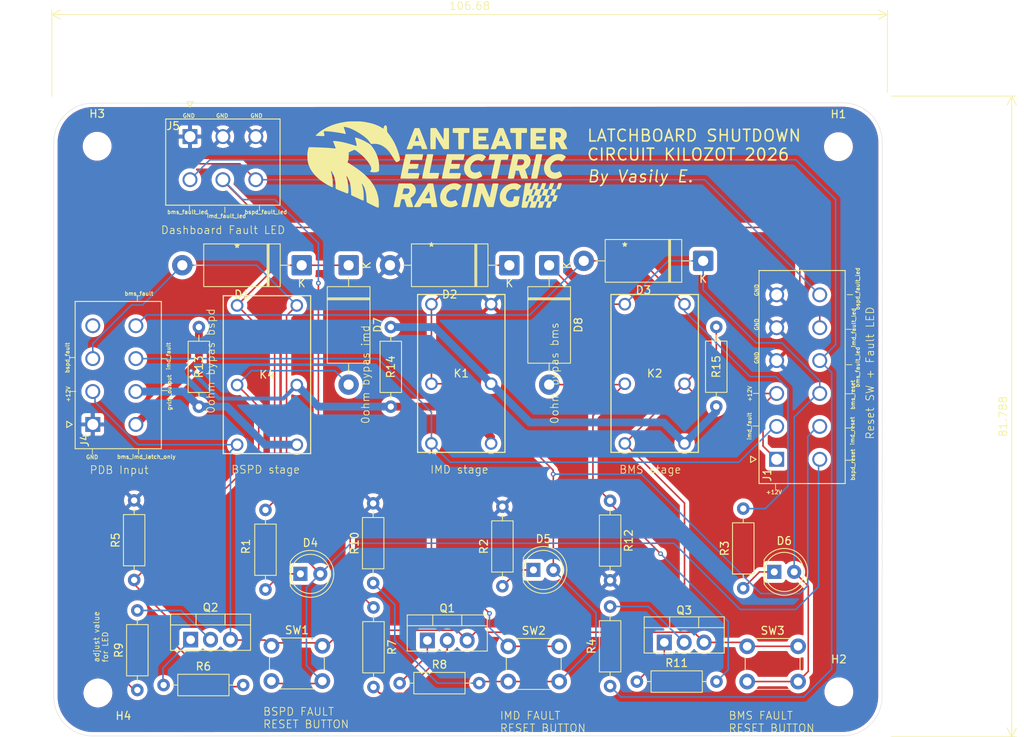
<source format=kicad_pcb>
(kicad_pcb (version 20241229) (generator "pcbnew") (generator_version "9.0")
  (layers (0 "F.Cu" signal) (2 "B.Cu" signal) (13 "F.Paste" user) (15 "B.Paste" user) (5 "F.SilkS" user "F.Silkscreen") (7 "B.SilkS" user "B.Silkscreen") (1 "F.Mask" user) (3 "B.Mask" user) (25 "Edge.Cuts" user))
  (net 0 "")
  (net 1 "BSPD_FAULT")
  (net 2 "GND")
  (net 3 "bspd_reset")
  (net 4 "imd_reset")
  (net 5 "BMS_FAULT")
  (net 6 "IMD_FAULT")
  (net 7 "IMDfault_LED")
  (net 8 "BSPDfault_LED")
  (net 9 "BMSfault_LED")
  (net 10 "Net-(D4-K)")
  (net 11 "Net-(D5-K)")
  (net 12 "Net-(D6-K)")
  (net 13 "Net-(Q3-D)")
  (net 14 "Net-(Q2-G)")
  (net 15 "Net-(Q1-D)")
  (net 16 "Net-(Q1-G)")
  (net 17 "Net-(Q2-D)")
  (net 18 "Net-(Q3-G)")
  (net 19 "Net-(K1-Pad3)")
  (net 20 "bms_reset")
  (net 21 "Net-(D7-A)")
  (net 22 "Net-(D8-A)")
  (net 23 "bms_imd_latch_only")
  (net 24 "GVLM_OUTPUT")
  (net 26 "+12V")
  (footprint "Resistor_THT:R_Axial_DIN0207_L6.3mm_D2.5mm_P10.16mm_Horizontal" (layer "F.Cu") (at 120.42 123)
    (property "Reference" "R11" (at 5.08 -2.37 0) (layer "F.SilkS"))
    (property "Value" "1k")
    (pad "1" thru_hole circle (at 0 0) (size 1.6 1.6) (drill 0.8) (layers "*.Cu" "*.Mask") (net 18 "Net-(Q3-G)"))
    (pad "2" thru_hole circle (at 10.16 0) (size 1.6 1.6) (drill 0.8) (layers "*.Cu" "*.Mask") (net 22 "Net-(D8-A)"))
  )
  (footprint "Resistor_THT:R_Axial_DIN0207_L6.3mm_D2.5mm_P10.16mm_Horizontal" (layer "F.Cu") (at 56.2356 110.0328 90)
    (property "Reference" "R5" (at 5.08 -2.37 90) (layer "F.SilkS"))
    (property "Value" "10k")
    (pad "1" thru_hole circle (at 0 0 90) (size 1.6 1.6) (drill 0.8) (layers "*.Cu" "*.Mask") (net 21 "Net-(D7-A)"))
    (pad "2" thru_hole circle (at 10.16 0 90) (size 1.6 1.6) (drill 0.8) (layers "*.Cu" "*.Mask") (net 2 "GND"))
  )
  (footprint "1MyCustomLibrary:RELAY_G6B-2114P-US_OMR" (layer "F.Cu") (at 77 92.66)
    (property "Reference" "K4" (at -3.81 -8.840001 0) (layer "F.SilkS"))
    (property "Value" "G6B-2214P-US DC12")
    (fp_text user "*" (at -7.62 -24.980002 0) (layer "F.SilkS"))
    (fp_text user "*" (at -7.62 -24.980002 0) (layer "F.SilkS"))
    (pad "1" thru_hole circle (at 0 -17.680001) (size 1.608074 1.608074) (drill 1.0922) (layers "*.Cu" "*.Mask") (net 1 "BSPD_FAULT"))
    (pad "3" thru_hole circle (at 0 -7.520001) (size 1.608074 1.608074) (drill 1.0922) (layers "*.Cu" "*.Mask") (net 23 "bms_imd_latch_only"))
    (pad "4" thru_hole circle (at 0 0.099999) (size 1.608074 1.608074) (drill 1.0922) (layers "*.Cu" "*.Mask") (net 24 "GVLM_OUTPUT"))
    (pad "5" thru_hole circle (at -7.62 0.099999) (size 1.608074 1.608074) (drill 1.0922) (layers "*.Cu" "*.Mask") (net 26 "+12V"))
    (pad "6" thru_hole circle (at -7.62 -7.520001) (size 1.608074 1.608074) (drill 1.0922) (layers "*.Cu" "*.Mask") (net 21 "Net-(D7-A)"))
    (pad "8" thru_hole circle (at -7.62 -17.680001) (size 1.608074 1.608074) (drill 1.0922) (layers "*.Cu" "*.Mask") (net 3 "bspd_reset"))
  )
  (footprint "Resistor_THT:R_Axial_DIN0207_L6.3mm_D2.5mm_P10.16mm_Horizontal" (layer "F.Cu") (at 117 123.58 90)
    (property "Reference" "R4" (at 5.08 -2.37 90) (layer "F.SilkS"))
    (property "Value" "470")
    (pad "1" thru_hole circle (at 0 0 90) (size 1.6 1.6) (drill 0.8) (layers "*.Cu" "*.Mask") (net 9 "BMSfault_LED"))
    (pad "2" thru_hole circle (at 10.16 0 90) (size 1.6 1.6) (drill 0.8) (layers "*.Cu" "*.Mask") (net 13 "Net-(Q3-D)"))
  )
  (footprint "LED_THT:LED_D5.0mm" (layer "F.Cu") (at 77.46 109.25)
    (property "Reference" "D4" (at 1.27 -3.96 0) (layer "F.SilkS"))
    (property "Value" "DEBUG LED")
    (pad "1" thru_hole rect (at 0 0) (size 1.8 1.8) (drill 0.9) (layers "*.Cu" "*.Mask") (net 10 "Net-(D4-K)"))
    (pad "2" thru_hole circle (at 2.54 0) (size 1.8 1.8) (drill 0.9) (layers "*.Cu" "*.Mask") (net 3 "bspd_reset"))
  )
  (footprint "1MyCustomLibrary:RELAY_G6B-2114P-US_OMR" (layer "F.Cu") (at 101.81 92.5)
    (property "Reference" "K1" (at -3.81 -8.840001 0) (layer "F.SilkS"))
    (property "Value" "G6B-2214P-US DC12")
    (fp_text user "*" (at -7.62 -24.980002 0) (layer "F.SilkS"))
    (fp_text user "*" (at -7.62 -24.980002 0) (layer "F.SilkS"))
    (pad "1" thru_hole circle (at 0 -17.680001) (size 1.608074 1.608074) (drill 1.0922) (layers "*.Cu" "*.Mask") (net 2 "GND"))
    (pad "3" thru_hole circle (at 0 -7.520001) (size 1.608074 1.608074) (drill 1.0922) (layers "*.Cu" "*.Mask") (net 19 "Net-(K1-Pad3)"))
    (pad "4" thru_hole circle (at 0 0.099999) (size 1.608074 1.608074) (drill 1.0922) (layers "*.Cu" "*.Mask") (net 23 "bms_imd_latch_only"))
    (pad "5" thru_hole circle (at -7.62 0.099999) (size 1.608074 1.608074) (drill 1.0922) (layers "*.Cu" "*.Mask") (net 6 "IMD_FAULT"))
    (pad "6" thru_hole circle (at -7.62 -7.520001) (size 1.608074 1.608074) (drill 1.0922) (layers "*.Cu" "*.Mask") (net 4 "imd_reset"))
    (pad "8" thru_hole circle (at -7.62 -17.680001) (size 1.608074 1.608074) (drill 1.0922) (layers "*.Cu" "*.Mask") (net 4 "imd_reset"))
  )
  (footprint "Resistor_THT:R_Axial_DIN0207_L6.3mm_D2.5mm_P10.16mm_Horizontal" (layer "F.Cu") (at 86.75 110.41 90)
    (property "Reference" "R10" (at 5.08 -2.37 90) (layer "F.SilkS"))
    (property "Value" "10k")
    (pad "1" thru_hole circle (at 0 0 90) (size 1.6 1.6) (drill 0.8) (layers "*.Cu" "*.Mask") (net 4 "imd_reset"))
    (pad "2" thru_hole circle (at 10.16 0 90) (size 1.6 1.6) (drill 0.8) (layers "*.Cu" "*.Mask") (net 2 "GND"))
  )
  (footprint "1MyCustomLibrary:RELAY_G6B-2114P-US_OMR" (layer "F.Cu") (at 126.5 92.5)
    (property "Reference" "K2" (at -3.81 -8.840001 0) (layer "F.SilkS"))
    (property "Value" "G6B-2214P-US DC12")
    (fp_text user "*" (at -7.62 -24.980002 0) (layer "F.SilkS"))
    (fp_text user "*" (at -7.62 -24.980002 0) (layer "F.SilkS"))
    (pad "1" thru_hole circle (at 0 -17.680001) (size 1.608074 1.608074) (drill 1.0922) (layers "*.Cu" "*.Mask") (net 5 "BMS_FAULT"))
    (pad "3" thru_hole circle (at 0 -7.520001) (size 1.608074 1.608074) (drill 1.0922) (layers "*.Cu" "*.Mask") (net 26 "+12V"))
    (pad "4" thru_hole circle (at 0 0.099999) (size 1.608074 1.608074) (drill 1.0922) (layers "*.Cu" "*.Mask") (net 19 "Net-(K1-Pad3)"))
    (pad "5" thru_hole circle (at -7.62 0.099999) (size 1.608074 1.608074) (drill 1.0922) (layers "*.Cu" "*.Mask") (net 26 "+12V"))
    (pad "6" thru_hole circle (at -7.62 -7.520001) (size 1.608074 1.608074) (drill 1.0922) (layers "*.Cu" "*.Mask") (net 22 "Net-(D8-A)"))
    (pad "8" thru_hole circle (at -7.62 -17.680001) (size 1.608074 1.608074) (drill 1.0922) (layers "*.Cu" "*.Mask") (net 20 "bms_reset"))
  )
  (footprint "Diode_THT:D_DO-201_P15.24mm_Horizontal" (layer "F.Cu") (at 83.6168 69.85 -90)
    (property "Reference" "D7" (at 7.62 -3.725 90) (layer "F.SilkS"))
    (property "Value" "SB560-3G")
    (fp_text user "K" (at 0 -2.3 90) (layer "F.SilkS"))
    (pad "1" thru_hole roundrect (at 0 0 270) (size 2.6 2.6) (drill 1.3) (layers "*.Cu" "*.Mask") (roundrect_rratio 0.096154) (net 3 "bspd_reset"))
    (pad "2" thru_hole circle (at 15.24 0 270) (size 2.6 2.6) (drill 1.3) (layers "*.Cu" "*.Mask") (net 21 "Net-(D7-A)"))
  )
  (footprint "Resistor_THT:R_Axial_DIN0207_L6.3mm_D2.5mm_P10.16mm_Horizontal" (layer "F.Cu") (at 117 99.92 -90)
    (property "Reference" "R12" (at 5.08 -2.37 90) (layer "F.SilkS"))
    (property "Value" "10k")
    (pad "1" thru_hole circle (at 0 0 270) (size 1.6 1.6) (drill 0.8) (layers "*.Cu" "*.Mask") (net 22 "Net-(D8-A)"))
    (pad "2" thru_hole circle (at 10.16 0 270) (size 1.6 1.6) (drill 0.8) (layers "*.Cu" "*.Mask") (net 2 "GND"))
  )
  (footprint "Diode_THT:D_DO-201_P15.24mm_Horizontal" (layer "F.Cu") (at 77.6224 69.85 180)
    (property "Reference" "D1" (at 7.62 -3.725 0) (layer "F.SilkS"))
    (property "Value" "SB560-3G")
    (fp_text user "K" (at 0 -2.3 0) (layer "F.SilkS"))
    (pad "1" thru_hole roundrect (at 0 0 180) (size 2.6 2.6) (drill 1.3) (layers "*.Cu" "*.Mask") (roundrect_rratio 0.096154) (net 3 "bspd_reset"))
    (pad "2" thru_hole circle (at 15.24 0 180) (size 2.6 2.6) (drill 1.3) (layers "*.Cu" "*.Mask") (net 1 "BSPD_FAULT"))
  )
  (footprint "Resistor_THT:R_Axial_DIN0207_L6.3mm_D2.5mm_P10.16mm_Horizontal" (layer "F.Cu") (at 90.13 123.2)
    (property "Reference" "R8" (at 5.08 -2.37 0) (layer "F.SilkS"))
    (property "Value" "1k")
    (pad "1" thru_hole circle (at 0 0) (size 1.6 1.6) (drill 0.8) (layers "*.Cu" "*.Mask") (net 16 "Net-(Q1-G)"))
    (pad "2" thru_hole circle (at 10.16 0) (size 1.6 1.6) (drill 0.8) (layers "*.Cu" "*.Mask") (net 4 "imd_reset"))
  )
  (footprint "LED_THT:LED_D5.0mm" (layer "F.Cu") (at 107.21 108.75)
    (property "Reference" "D5" (at 1.27 -3.96 0) (layer "F.SilkS"))
    (property "Value" "DEBUG LED")
    (pad "1" thru_hole rect (at 0 0) (size 1.8 1.8) (drill 0.9) (layers "*.Cu" "*.Mask") (net 11 "Net-(D5-K)"))
    (pad "2" thru_hole circle (at 2.54 0) (size 1.8 1.8) (drill 0.9) (layers "*.Cu" "*.Mask") (net 4 "imd_reset"))
  )
  (footprint "1MyCustomLibrary:MOLEX_39281123" (layer "F.Cu") (at 138.264 94.624 90)
    (property "Reference" "J1" (at -1.9976 -1.2056 90) (layer "F.SilkS"))
    (property "Value" "39281123")
    (pad "1" thru_hole rect (at 0 0 90) (size 1.9 1.9) (drill 1.4) (layers "*.Cu") (net 26 "+12V"))
    (pad "2" thru_hole circle (at 4.2 0 90) (size 1.9 1.9) (drill 1.4) (layers "*.Cu") (net 6 "IMD_FAULT"))
    (pad "3" thru_hole circle (at 8.4 0 90) (size 1.9 1.9) (drill 1.4) (layers "*.Cu") (net 26 "+12V"))
    (pad "4" thru_hole circle (at 12.6 0 90) (size 1.9 1.9) (drill 1.4) (layers "*.Cu") (net 2 "GND"))
    (pad "5" thru_hole circle (at 16.8 0 90) (size 1.9 1.9) (drill 1.4) (layers "*.Cu") (net 2 "GND"))
    (pad "6" thru_hole circle (at 21 0 90) (size 1.9 1.9) (drill 1.4) (layers "*.Cu") (net 2 "GND"))
    (pad "7" thru_hole circle (at 0 5.5 90) (size 1.9 1.9) (drill 1.4) (layers "*.Cu") (net 3 "bspd_reset"))
    (pad "8" thru_hole circle (at 4.2 5.5 90) (size 1.9 1.9) (drill 1.4) (layers "*.Cu") (net 4 "imd_reset"))
    (pad "9" thru_hole circle (at 8.4 5.5 90) (size 1.9 1.9) (drill 1.4) (layers "*.Cu") (net 20 "bms_reset"))
    (pad "10" thru_hole circle (at 12.6 5.5 90) (size 1.9 1.9) (drill 1.4) (layers "*.Cu") (net 9 "BMSfault_LED"))
    (pad "11" thru_hole circle (at 16.8 5.5 90) (size 1.9 1.9) (drill 1.4) (layers "*.Cu") (net 7 "IMDfault_LED"))
    (pad "12" thru_hole circle (at 21 5.5 90) (size 1.9 1.9) (drill 1.4) (layers "*.Cu") (net 8 "BSPDfault_LED"))
  )
  (footprint "Package_TO_SOT_THT:TO-220-3_Vertical" (layer "F.Cu") (at 93.67 117.75)
    (property "Reference" "Q1" (at 2.54 -4.1 0) (layer "F.SilkS"))
    (property "Value" "PMOS IRF9540")
    (pad "1" thru_hole rect (at 0 0) (size 1.905 2) (drill 1.1) (layers "*.Cu" "*.Mask") (net 16 "Net-(Q1-G)"))
    (pad "2" thru_hole oval (at 2.54 0) (size 1.905 2) (drill 1.1) (layers "*.Cu" "*.Mask") (net 15 "Net-(Q1-D)"))
    (pad "3" thru_hole oval (at 5.08 0) (size 1.905 2) (drill 1.1) (layers "*.Cu" "*.Mask") (net 26 "+12V"))
  )
  (footprint "Package_TO_SOT_THT:TO-220-3_Vertical" (layer "F.Cu") (at 123.92 118)
    (property "Reference" "Q3" (at 2.54 -4.1 0) (layer "F.SilkS"))
    (property "Value" "PMOS IRF9540")
    (pad "1" thru_hole rect (at 0 0) (size 1.905 2) (drill 1.1) (layers "*.Cu" "*.Mask") (net 18 "Net-(Q3-G)"))
    (pad "2" thru_hole oval (at 2.54 0) (size 1.905 2) (drill 1.1) (layers "*.Cu" "*.Mask") (net 13 "Net-(Q3-D)"))
    (pad "3" thru_hole oval (at 5.08 0) (size 1.905 2) (drill 1.1) (layers "*.Cu" "*.Mask") (net 26 "+12V"))
  )
  (footprint "Button_Switch_THT:SW_PUSH_6mm" (layer "F.Cu") (at 134.5 118.5)
    (property "Reference" "SW3" (at 3.25 -2 0) (layer "F.SilkS"))
    (property "Value" "SW_Push")
    (pad "1" thru_hole circle (at 0 0 90) (size 2 2) (drill 1.1) (layers "*.Cu" "*.Mask") (net 26 "+12V"))
    (pad "1" thru_hole circle (at 6.5 0 90) (size 2 2) (drill 1.1) (layers "*.Cu" "*.Mask") (net 26 "+12V"))
    (pad "2" thru_hole circle (at 0 4.5 90) (size 2 2) (drill 1.1) (layers "*.Cu" "*.Mask") (net 20 "bms_reset"))
    (pad "2" thru_hole circle (at 6.5 4.5 90) (size 2 2) (drill 1.1) (layers "*.Cu" "*.Mask") (net 20 "bms_reset"))
  )
  (footprint "Resistor_THT:R_Axial_DIN0207_L6.3mm_D2.5mm_P10.16mm_Horizontal" (layer "F.Cu") (at 86.79 113.54 -90)
    (property "Reference" "R7" (at 5.08 -2.37 90) (layer "F.SilkS"))
    (property "Value" "470")
    (pad "1" thru_hole circle (at 0 0 270) (size 1.6 1.6) (drill 0.8) (layers "*.Cu" "*.Mask") (net 7 "IMDfault_LED"))
    (pad "2" thru_hole circle (at 10.16 0 270) (size 1.6 1.6) (drill 0.8) (layers "*.Cu" "*.Mask") (net 15 "Net-(Q1-D)"))
  )
  (footprint "Resistor_THT:R_Axial_DIN0207_L6.3mm_D2.5mm_P10.16mm_Horizontal" (layer "F.Cu") (at 73 111.25 90)
    (property "Reference" "R1" (at 5.5 -2.5 90) (layer "F.SilkS"))
    (property "Value" "1k")
    (pad "1" thru_hole circle (at 0 0 90) (size 1.6 1.6) (drill 0.8) (layers "*.Cu" "*.Mask") (net 10 "Net-(D4-K)"))
    (pad "2" thru_hole circle (at 10.16 0 90) (size 1.6 1.6) (drill 0.8) (layers "*.Cu" "*.Mask") (net 1 "BSPD_FAULT"))
  )
  (footprint "Resistor_THT:R_Axial_DIN0207_L6.3mm_D2.5mm_P10.16mm_Horizontal" (layer "F.Cu") (at 130.556 87.884 90)
    (property "Reference" "R15" (at 5.08 0 90) (layer "F.SilkS"))
    (property "Value" "0")
    (pad "1" thru_hole circle (at 0 0 90) (size 1.6 1.6) (drill 0.8) (layers "*.Cu" "*.Mask") (net 19 "Net-(K1-Pad3)"))
    (pad "2" thru_hole circle (at 10.16 0 90) (size 1.6 1.6) (drill 0.8) (layers "*.Cu" "*.Mask") (net 26 "+12V"))
  )
  (footprint "LED_THT:LED_D5.0mm" (layer "F.Cu") (at 137.96 109)
    (property "Reference" "D6" (at 1.27 -3.96 0) (layer "F.SilkS"))
    (property "Value" "DEBUG LED")
    (pad "1" thru_hole rect (at 0 0) (size 1.8 1.8) (drill 0.9) (layers "*.Cu" "*.Mask") (net 12 "Net-(D6-K)"))
    (pad "2" thru_hole circle (at 2.54 0) (size 1.8 1.8) (drill 0.9) (layers "*.Cu" "*.Mask") (net 20 "bms_reset"))
  )
  (footprint "Button_Switch_THT:SW_PUSH_6mm" (layer "F.Cu") (at 73.7628 118.436)
    (property "Reference" "SW1" (at 3.25 -2 0) (layer "F.SilkS"))
    (property "Value" "SW_Push")
    (pad "1" thru_hole circle (at 0 0 90) (size 2 2) (drill 1.1) (layers "*.Cu" "*.Mask") (net 26 "+12V"))
    (pad "1" thru_hole circle (at 6.5 0 90) (size 2 2) (drill 1.1) (layers "*.Cu" "*.Mask") (net 26 "+12V"))
    (pad "2" thru_hole circle (at 0 4.5 90) (size 2 2) (drill 1.1) (layers "*.Cu" "*.Mask") (net 3 "bspd_reset"))
    (pad "2" thru_hole circle (at 6.5 4.5 90) (size 2 2) (drill 1.1) (layers "*.Cu" "*.Mask") (net 3 "bspd_reset"))
  )
  (footprint "Resistor_THT:R_Axial_DIN0207_L6.3mm_D2.5mm_P10.16mm_Horizontal" (layer "F.Cu") (at 59.9948 123.444)
    (property "Reference" "R6" (at 5.08 -2.37 0) (layer "F.SilkS"))
    (property "Value" "1k")
    (pad "1" thru_hole circle (at 0 0) (size 1.6 1.6) (drill 0.8) (layers "*.Cu" "*.Mask") (net 14 "Net-(Q2-G)"))
    (pad "2" thru_hole circle (at 10.16 0) (size 1.6 1.6) (drill 0.8) (layers "*.Cu" "*.Mask") (net 21 "Net-(D7-A)"))
  )
  (footprint "Resistor_THT:R_Axial_DIN0207_L6.3mm_D2.5mm_P10.16mm_Horizontal" (layer "F.Cu") (at 103.25 110.83 90)
    (property "Reference" "R2" (at 5.08 -2.37 90) (layer "F.SilkS"))
    (property "Value" "1k")
    (pad "1" thru_hole circle (at 0 0 90) (size 1.6 1.6) (drill 0.8) (layers "*.Cu" "*.Mask") (net 11 "Net-(D5-K)"))
    (pad "2" thru_hole circle (at 10.16 0 90) (size 1.6 1.6) (drill 0.8) (layers "*.Cu" "*.Mask") (net 2 "GND"))
  )
  (footprint "MountingHole:MountingHole_3.2mm_M3" (layer "F.Cu") (at 51.5112 54.6608)
    (property "Reference" "H3" (at 0 -4.15 0) (layer "F.SilkS"))
    (property "Value" "MountingHole")
    (pad "" np_thru_hole circle (at 0 0) (size 3.2 3.2) (drill 3.2) (layers "*.Cu" "*.Mask"))
  )
  (footprint "LOGO" (layer "F.Cu") (at 95.226433 57.231082)
    (property "Reference" "G***" (hide yes))
    (property "Value" "LOGO" (hide yes))
  )
  (footprint "MountingHole:MountingHole_3.2mm_M3" (layer "F.Cu") (at 146.2024 124.3076)
    (property "Reference" "H2" (at 0 -4.15 0) (layer "F.SilkS"))
    (property "Value" "MountingHole")
    (pad "" np_thru_hole circle (at 0 0) (size 3.2 3.2) (drill 3.2) (layers "*.Cu" "*.Mask"))
  )
  (footprint "Resistor_THT:R_Axial_DIN0207_L6.3mm_D2.5mm_P10.16mm_Horizontal" (layer "F.Cu") (at 64.5 87.899999 90)
    (property "Reference" "R13" (at 5.08 0 90) (layer "F.SilkS"))
    (property "Value" "0")
    (pad "1" thru_hole circle (at 0 0 90) (size 1.6 1.6) (drill 0.8) (layers "*.Cu" "*.Mask") (net 24 "GVLM_OUTPUT"))
    (pad "2" thru_hole circle (at 10.16 0 90) (size 1.6 1.6) (drill 0.8) (layers "*.Cu" "*.Mask") (net 23 "bms_imd_latch_only"))
  )
  (footprint "Resistor_THT:R_Axial_DIN0207_L6.3mm_D2.5mm_P10.16mm_Horizontal" (layer "F.Cu") (at 56.642 124.079 90)
    (property "Reference" "R9" (at 5.08 -2.37 90) (layer "F.SilkS"))
    (property "Value" "470")
    (pad "1" thru_hole circle (at 0 0 90) (size 1.6 1.6) (drill 0.8) (layers "*.Cu" "*.Mask") (net 8 "BSPDfault_LED"))
    (pad "2" thru_hole circle (at 10.16 0 90) (size 1.6 1.6) (drill 0.8) (layers "*.Cu" "*.Mask") (net 17 "Net-(Q2-D)"))
  )
  (footprint "Package_TO_SOT_THT:TO-220-3_Vertical" (layer "F.Cu") (at 63.4492 117.6528)
    (property "Reference" "Q2" (at 2.54 -4.1 0) (layer "F.SilkS"))
    (property "Value" "PMOS IRF9540")
    (pad "1" thru_hole rect (at 0 0) (size 1.905 2) (drill 1.1) (layers "*.Cu" "*.Mask") (net 14 "Net-(Q2-G)"))
    (pad "2" thru_hole oval (at 2.54 0) (size 1.905 2) (drill 1.1) (layers "*.Cu" "*.Mask") (net 17 "Net-(Q2-D)"))
    (pad "3" thru_hole oval (at 5.08 0) (size 1.905 2) (drill 1.1) (layers "*.Cu" "*.Mask") (net 26 "+12V"))
  )
  (footprint "Resistor_THT:R_Axial_DIN0207_L6.3mm_D2.5mm_P10.16mm_Horizontal" (layer "F.Cu") (at 89 87.899999 90)
    (property "Reference" "R14" (at 5.08 0 90) (layer "F.SilkS"))
    (property "Value" "0")
    (pad "1" thru_hole circle (at 0 0 90) (size 1.6 1.6) (drill 0.8) (layers "*.Cu" "*.Mask") (net 23 "bms_imd_latch_only"))
    (pad "2" thru_hole circle (at 10.16 0 90) (size 1.6 1.6) (drill 0.8) (layers "*.Cu" "*.Mask") (net 19 "Net-(K1-Pad3)"))
  )
  (footprint "Button_Switch_THT:SW_PUSH_6mm" (layer "F.Cu") (at 104 118.5)
    (property "Reference" "SW2" (at 3.25 -2 0) (layer "F.SilkS"))
    (property "Value" "SW_Push")
    (pad "1" thru_hole circle (at 0 0 90) (size 2 2) (drill 1.1) (layers "*.Cu" "*.Mask") (net 6 "IMD_FAULT"))
    (pad "1" thru_hole circle (at 6.5 0 90) (size 2 2) (drill 1.1) (layers "*.Cu" "*.Mask") (net 6 "IMD_FAULT"))
    (pad "2" thru_hole circle (at 0 4.5 90) (size 2 2) (drill 1.1) (layers "*.Cu" "*.Mask") (net 4 "imd_reset"))
    (pad "2" thru_hole circle (at 6.5 4.5 90) (size 2 2) (drill 1.1) (layers "*.Cu" "*.Mask") (net 4 "imd_reset"))
  )
  (footprint "Resistor_THT:R_Axial_DIN0207_L6.3mm_D2.5mm_P10.16mm_Horizontal" (layer "F.Cu") (at 134 111.08 90)
    (property "Reference" "R3" (at 5.08 -2.37 90) (layer "F.SilkS"))
    (property "Value" "1k")
    (pad "1" thru_hole circle (at 0 0 90) (size 1.6 1.6) (drill 0.8) (layers "*.Cu" "*.Mask") (net 12 "Net-(D6-K)"))
    (pad "2" thru_hole circle (at 10.16 0 90) (size 1.6 1.6) (drill 0.8) (layers "*.Cu" "*.Mask") (net 5 "BMS_FAULT"))
  )
  (footprint "Diode_THT:D_DO-201_P15.24mm_Horizontal" (layer "F.Cu") (at 109.22 69.85 -90)
    (property "Reference" "D8" (at 7.62 -3.725 90) (layer "F.SilkS"))
    (property "Value" "SB560-3G")
    (fp_text user "K" (at 0 -2.3 90) (layer "F.SilkS"))
    (pad "1" thru_hole roundrect (at 0 0 270) (size 2.6 2.6) (drill 1.3) (layers "*.Cu" "*.Mask") (roundrect_rratio 0.096154) (net 20 "bms_reset"))
    (pad "2" thru_hole circle (at 15.24 0 270) (size 2.6 2.6) (drill 1.3) (layers "*.Cu" "*.Mask") (net 22 "Net-(D8-A)"))
  )
  (footprint "Diode_THT:D_DO-201_P15.24mm_Horizontal" (layer "F.Cu") (at 128.8796 69.2912 180)
    (property "Reference" "D3" (at 7.62 -3.725 0) (layer "F.SilkS"))
    (property "Value" "SB560-3G")
    (fp_text user "K" (at 0 -2.3 0) (layer "F.SilkS"))
    (pad "1" thru_hole roundrect (at 0 0 180) (size 2.6 2.6) (drill 1.3) (layers "*.Cu" "*.Mask") (roundrect_rratio 0.096154) (net 20 "bms_reset"))
    (pad "2" thru_hole circle (at 15.24 0 180) (size 2.6 2.6) (drill 1.3) (layers "*.Cu" "*.Mask") (net 5 "BMS_FAULT"))
  )
  (footprint "MountingHole:MountingHole_3.2mm_M3" (layer "F.Cu") (at 51.6128 124.46)
    (property "Reference" "H4" (at 3.2512 2.921 0) (layer "F.SilkS"))
    (property "Value" "MountingHole")
    (pad "" np_thru_hole circle (at 0 0) (size 3.2 3.2) (drill 3.2) (layers "*.Cu" "*.Mask"))
  )
  (footprint "1MyCustomLibrary:MOLEX_39281083" (layer "F.Cu") (at 50.9536 90.1708 90)
    (property "Reference" "J4" (at -2.0312 -1.0172 90) (layer "F.SilkS"))
    (property "Value" "39281083")
    (pad "1" thru_hole rect (at 0 0 90) (size 1.9 1.9) (drill 1.4) (layers "*.Cu") (net 2 "GND"))
    (pad "2" thru_hole circle (at 4.2 0 90) (size 1.9 1.9) (drill 1.4) (layers "*.Cu") (net 26 "+12V"))
    (pad "3" thru_hole circle (at 8.4 0 90) (size 1.9 1.9) (drill 1.4) (layers "*.Cu") (net 1 "BSPD_FAULT"))
    (pad "4" thru_hole circle (at 12.6 0 90) (size 1.9 1.9) (drill 1.4) (layers "*.Cu"))
    (pad "5" thru_hole circle (at 0 5.5 90) (size 1.9 1.9) (drill 1.4) (layers "*.Cu") (net 23 "bms_imd_latch_only"))
    (pad "6" thru_hole circle (at 4.2 5.5 90) (size 1.9 1.9) (drill 1.4) (layers "*.Cu") (net 24 "GVLM_OUTPUT"))
    (pad "7" thru_hole circle (at 8.4 5.5 90) (size 1.9 1.9) (drill 1.4) (layers "*.Cu") (net 6 "IMD_FAULT"))
    (pad "8" thru_hole circle (at 12.6 5.5 90) (size 1.9 1.9) (drill 1.4) (layers "*.Cu") (net 5 "BMS_FAULT"))
  )
  (footprint "1MyCustomLibrary:MOLEX_39281063" (layer "F.Cu") (at 63.364 53.428)
    (property "Reference" "J5" (at -2.15 -1.358 0) (layer "F.SilkS"))
    (property "Value" "39281063")
    (pad "1" thru_hole rect (at 0 0) (size 1.9 1.9) (drill 1.4) (layers "*.Cu") (net 2 "GND"))
    (pad "2" thru_hole circle (at 4.2 0) (size 1.9 1.9) (drill 1.4) (layers "*.Cu") (net 2 "GND"))
    (pad "3" thru_hole circle (at 8.4 0) (size 1.9 1.9) (drill 1.4) (layers "*.Cu") (net 2 "GND"))
    (pad "4" thru_hole circle (at 0 5.5) (size 1.9 1.9) (drill 1.4) (layers "*.Cu") (net 9 "BMSfault_LED"))
    (pad "5" thru_hole circle (at 4.2 5.5) (size 1.9 1.9) (drill 1.4) (layers "*.Cu") (net 7 "IMDfault_LED"))
    (pad "6" thru_hole circle (at 8.4 5.5) (size 1.9 1.9) (drill 1.4) (layers "*.Cu") (net 8 "BSPDfault_LED"))
  )
  (footprint "Diode_THT:D_DO-201_P15.24mm_Horizontal" (layer "F.Cu") (at 104.14 69.85 180)
    (property "Reference" "D2" (at 7.62 -3.725 0) (layer "F.SilkS"))
    (property "Value" "SB560-3G")
    (fp_text user "K" (at 0 -2.3 0) (layer "F.SilkS"))
    (pad "1" thru_hole roundrect (at 0 0 180) (size 2.6 2.6) (drill 1.3) (layers "*.Cu" "*.Mask") (roundrect_rratio 0.096154) (net 4 "imd_reset"))
    (pad "2" thru_hole circle (at 15.24 0 180) (size 2.6 2.6) (drill 1.3) (layers "*.Cu" "*.Mask") (net 2 "GND"))
  )
  (footprint "MountingHole:MountingHole_3.2mm_M3" (layer "F.Cu") (at 146.1516 54.7116)
    (property "Reference" "H1" (at 0 -4.15 0) (layer "F.SilkS"))
    (property "Value" "MountingHole")
    (pad "" np_thru_hole circle (at 0 0) (size 3.2 3.2) (drill 3.2) (layers "*.Cu" "*.Mask"))
  )
  (gr_line (start 45.974 54.1782) (end 45.974 124.986401) (stroke (width 0.05)) (layer "Edge.Cuts"))
  (gr_arc (start 45.97 54.178267) (mid 47.413705 50.6438) (end 50.929299 49.154725) (stroke (width 0.05)) (layer "Edge.Cuts"))
  (gr_arc (start 50.997542 129.9464) (mid 47.463075 128.502695) (end 45.974 124.987101) (stroke (width 0.05)) (layer "Edge.Cuts"))
  (gr_line (start 151.720499 124.89746) (end 151.7396 54.07622) (stroke (width 0.05)) (layer "Edge.Cuts"))
  (gr_line (start 146.71606 49.117301) (end 50.929466 49.154725) (stroke (width 0.05)) (layer "Edge.Cuts"))
  (gr_arc (start 151.720499 124.897458) (mid 150.276794 128.431925) (end 146.7612 129.921) (stroke (width 0.05)) (layer "Edge.Cuts"))
  (gr_arc (start 146.716058 49.117301) (mid 150.250525 50.561006) (end 151.7396 54.0766) (stroke (width 0.05)) (layer "Edge.Cuts"))
  (gr_line (start 146.76158 129.921) (end 51.0032 129.9464) (stroke (width 0.05)) (layer "Edge.Cuts"))
  (gr_text "\n|" (at 135.8392 90.678 90) (layer "F.SilkS") (effects (font (size 0.5 0.5) (thickness 0.1)) (justify left bottom)))
  (gr_text "+12V" (at 48.1076 87.376 90) (layer "F.SilkS") (effects (font (size 0.5 0.5) (thickness 0.1)) (justify left bottom)))
  (gr_text "\n|" (at 147.6248 90.932 90) (layer "F.SilkS") (effects (font (size 0.5 0.5) (thickness 0.1)) (justify left bottom)))
  (gr_text "imd_fault" (at 60.9092 83.2612 90) (layer "F.SilkS") (effects (font (size 0.5 0.5) (thickness 0.1)) (justify left bottom)))
  (gr_text "BSPD stage" (at 68.58 96.52 0) (layer "F.SilkS") (effects (font (size 1 1) (thickness 0.1)) (justify left bottom)))
  (gr_text "\n|" (at 147.6756 86.5632 90) (layer "F.SilkS") (effects (font (size 0.5 0.5) (thickness 0.1)) (justify left bottom)))
  (gr_text "\n|" (at 48.6156 81.9404 90) (layer "F.SilkS") (effects (font (size 0.5 0.5) (thickness 0.1)) (justify left bottom)))
  (gr_text "bms_fault_led		bspd_fault_led" (at 60.4012 63.3476 0) (layer "F.SilkS") (effects (font (size 0.5 0.5) (thickness 0.1)) (justify left bottom)))
  (gr_text "PDB Input" (at 50.4952 96.5708 0) (layer "F.SilkS") (effects (font (size 1 1) (thickness 0.1)) (justify left bottom)))
  (gr_text "+12V" (at 136.8552 99.1108 0) (layer "F.SilkS") (effects (font (size 0.5 0.5) (thickness 0.1)) (justify left bottom)))
  (gr_text "bms_fault_led		bspd_fault_led" (at 148.8948 85.4964 90) (layer "F.SilkS") (effects (font (size 0.5 0.5) (thickness 0.1)) (justify left bottom)))
  (gr_text "GND		 GND	  GND" (at 136.014 82.4992 90) (layer "F.SilkS") (effects (font (size 0.5 0.5) (thickness 0.1)) (justify left bottom)))
  (gr_text "bspd_fault" (at 48.006 83.6676 90) (layer "F.SilkS") (effects (font (size 0.5 0.5) (thickness 0.1)) (justify left bottom)))
  (gr_text "gvlm_output" (at 61.0108 88.4428 90) (layer "F.SilkS") (effects (font (size 0.5 0.5) (thickness 0.1)) (justify left bottom)))
  (gr_text "adjust value\nfor LED" (at 52.959 120.5992 90) (layer "F.SilkS") (effects (font (size 0.7 0.7) (thickness 0.1)) (justify left bottom)))
  (gr_text "\n|" (at 137.8204 98.3488 0) (layer "F.SilkS") (effects (font (size 0.5 0.5) (thickness 0.1)) (justify left bottom)))
  (gr_text "\n|" (at 48.7036 86.2584 90) (layer "F.SilkS") (effects (font (size 0.5 0.5) (thickness 0.1)) (justify left bottom)))
  (gr_text " imd_fault_led" (at 148.3868 80.772 90) (layer "F.SilkS") (effects (font (size 0.5 0.5) (thickness 0.1)) (justify left bottom)))
  (gr_text "\n|" (at 147.8788 73.914 90) (layer "F.SilkS") (effects (font (size 0.5 0.5) (thickness 0.1)) (justify left bottom)))
  (gr_text "Dashboard Fault LED" (at 59.5884 65.9384 0) (layer "F.SilkS") (effects (font (size 1 1) (thickness 0.1)) (justify left bottom)))
  (gr_text "bms_fault" (at 54.9656 73.7616 0) (layer "F.SilkS") (effects (font (size 0.5 0.5) (thickness 0.1)) (justify left bottom)))
  (gr_text "\n|" (at 60.4012 86.1568 90) (layer "F.SilkS") (effects (font (size 0.5 0.5) (thickness 0.1)) (justify left bottom)))
  (gr_text "\n|" (at 135.89 86.5124 90) (layer "F.SilkS") (effects (font (size 0.5 0.5) (thickness 0.1)) (justify left bottom)))
  (gr_text "By Vasily E." (at 113.9952 59.3852 0) (layer "F.SilkS") (effects (font (size 1.5 1.5) (thickness 0.1875) (italic yes)) (justify left bottom)))
  (gr_text "BMS FAULT \nRESET BUTTON" (at 132.08 129.54 0) (layer "F.SilkS") (effects (font (size 1 1) (thickness 0.1)) (justify left bottom)))
  (gr_text "IMD FAULT \nRESET BUTTON" (at 102.87 129.54 0) (layer "F.SilkS") (effects (font (size 1 1) (thickness 0.1)) (justify left bottom)))
  (gr_text "\n|" (at 56.9468 73.8632 180) (layer "F.SilkS") (effects (font (size 0.5 0.5) (thickness 0.1)) (justify left bottom)))
  (gr_text "\n|" (at 50.5968 93.8784 0) (layer "F.SilkS") (effects (font (size 0.5 0.5) (thickness 0.1)) (justify left bottom)))
  (gr_text "\n|" (at 67.5132 63.0428 0) (layer "F.SilkS") (effects (font (size 0.5 0.5) (thickness 0.1)) (justify left bottom)))
  (gr_text "0ohm bypas bms" (at 110.49 90.17 90) (layer "F.SilkS") (effects (font (size 1 1) (thickness 0.1)) (justify left bottom)))
  (gr_text "LATCHBOARD SHUTDOWN \nCIRCUIT KILOZOT 2026" (at 113.9444 56.5912 0) (layer "F.SilkS") (effects (font (size 1.5 1.5) (thickness 0.2) (bold yes)) (justify left bottom)))
  (gr_text "bms_reset" (at 148.2852 88.3412 90) (layer "F.SilkS") (effects (font (size 0.5 0.5) (thickness 0.1)) (justify left bottom)))
  (gr_text "+12V" (at 135.128 87.3252 90) (layer "F.SilkS") (effects (font (size 0.5 0.5) (thickness 0.1)) (justify left bottom)))
  (gr_text "\n|" (at 60.3504 82.0928 90) (layer "F.SilkS") (effects (font (size 0.5 0.5) (thickness 0.1)) (justify left bottom)))
  (gr_text "Reset SW + Fault LED" (at 150.7744 92.1512 90) (layer "F.SilkS") (effects (font (size 1 1) (thickness 0.1)) (justify left bottom)))
  (gr_text "imd_reset" (at 148.2344 92.8624 90) (layer "F.SilkS") (effects (font (size 0.5 0.5) (thickness 0.1)) (justify left bottom)))
  (gr_text "GND" (at 50.038 94.6404 0) (layer "F.SilkS") (effects (font (size 0.5 0.5) (thickness 0.1)) (justify left bottom)))
  (gr_text "0ohm bypas bspd" (at 66.5988 88.8492 90) (layer "F.SilkS") (effects (font (size 1 1) (thickness 0.1)) (justify left bottom)))
  (gr_text "\n|" (at 71.9328 62.7888 0) (layer "F.SilkS") (effects (font (size 0.5 0.5) (thickness 0.1)) (justify left bottom)))
  (gr_text "\n|" (at 147.7264 78.3336 90) (layer "F.SilkS") (effects (font (size 0.5 0.5) (thickness 0.1)) (justify left bottom)))
  (gr_text "\n|" (at 147.7772 82.8548 90) (layer "F.SilkS") (effects (font (size 0.5 0.5) (thickness 0.1)) (justify left bottom)))
  (gr_text "GND		 GND	  GND" (at 62.3824 51.054 0) (layer "F.SilkS") (effects (font (size 0.5 0.5) (thickness 0.1)) (justify left bottom)))
  (gr_text "BMS stage" (at 118.11 96.52 0) (layer "F.SilkS") (effects (font (size 1 1) (thickness 0.1)) (justify left bottom)))
  (gr_text "IMD stage" (at 93.98 96.52 0) (layer "F.SilkS") (effects (font (size 1 1) (thickness 0.1)) (justify left bottom)))
  (gr_text "bms_imd_latch_only" (at 54.0004 94.5896 0) (layer "F.SilkS") (effects (font (size 0.5 0.5) (thickness 0.1)) (justify left bottom)))
  (gr_text " imd_fault_led" (at 65.0748 63.8556 0) (layer "F.SilkS") (effects (font (size 0.5 0.5) (thickness 0.1)) (justify left bottom)))
  (gr_text "\n|" (at 147.6756 95.0468 90) (layer "F.SilkS") (effects (font (size 0.5 0.5) (thickness 0.1)) (justify left bottom)))
  (gr_text "BSPD FAULT \nRESET BUTTON" (at 72.644 129.032 0) (layer "F.SilkS") (effects (font (size 1 1) (thickness 0.1)) (justify left bottom)))
  (gr_text "imd_fault" (at 135.0772 92.202 90) (layer "F.SilkS") (effects (font (size 0.5 0.5) (thickness 0.1)) (justify left bottom)))
  (gr_text "\n|" (at 56.4896 93.8784 0) (layer "F.SilkS") (effects (font (size 0.5 0.5) (thickness 0.1)) (justify left bottom)))
  (gr_text "\n|" (at 62.992 62.8396 0) (layer "F.SilkS") (effects (font (size 0.5 0.5) (thickness 0.1)) (justify left bottom)))
  (gr_text "bspd_reset" (at 148.2852 97.3836 90) (layer "F.SilkS") (effects (font (size 0.5 0.5) (thickness 0.1)) (justify left bottom)))
  (gr_text "0ohm bypas imd" (at 86.36 90.17 90) (layer "F.SilkS") (effects (font (size 1 1) (thickness 0.1)) (justify left bottom)))
  (dimension (type orthogonal) (layer "F.SilkS") (pts (xy 45.72 48.768) (xy 152.4 48.26)) (height -10.922) (orientation 0) (format (prefix "") (suffix "") (units 3) (units_format 0) (precision 4) (suppress_zeroes yes)) (style (thickness 0.1) (arrow_length 1.27) (text_position_mode 0) (arrow_direction outward) (extension_height 0.58642) (extension_offset 0.5) (keep_text_aligned yes)) (gr_text "106.68" (at 99.06 36.746 0) (layer "F.SilkS") (effects (font (size 1 1) (thickness 0.1)))))
  (dimension (type orthogonal) (layer "F.SilkS") (pts (xy 152.4 48.26) (xy 152.4 130.048)) (height 15.875) (orientation 1) (format (prefix "") (suffix "") (units 3) (units_format 0) (precision 4) (suppress_zeroes yes)) (style (thickness 0.1) (arrow_length 1.27) (text_position_mode 0) (arrow_direction outward) (extension_height 0.58642) (extension_offset 0.5) (keep_text_aligned yes)) (gr_text "81.788" (at 167.175 89.154 90) (layer "F.SilkS") (effects (font (size 1 1) (thickness 0.1)))))
  (segment (start 73 101.09) (end 75.692 98.398) (width 0.2) (layer "F.Cu") (net 1))
  (segment (start 75.692 98.398) (end 75.692 76.287999) (width 0.2) (layer "F.Cu") (net 1))
  (segment (start 75.692 76.287999) (end 77 74.979999) (width 0.2) (layer "F.Cu") (net 1))
  (segment (start 77 74.979999) (end 71.870001 69.85) (width 0.2) (layer "B.Cu") (net 1))
  (segment (start 71.870001 69.85) (end 62.3824 69.85) (width 0.2) (layer "B.Cu") (net 1))
  (segment (start 62.3824 69.85) (end 57.3024 74.93) (width 0.2) (layer "B.Cu") (net 1))
  (segment (start 55.88 74.93) (end 50.9536 79.8564) (width 0.2) (layer "B.Cu") (net 1))
  (segment (start 50.9536 79.8564) (end 50.9536 81.7708) (width 0.2) (layer "B.Cu") (net 1))
  (segment (start 57.3024 74.93) (end 55.88 74.93) (width 0.2) (layer "B.Cu") (net 1))
  (segment (start 101.409 74.5539) (end 101.409 74.819999) (width 0.2) (layer "F.Cu") (net 2))
  (segment (start 101.81 74.819999) (end 101.81 74.72) (width 0.2) (layer "F.Cu") (net 2))
  (segment (start 103.25 100.25) (end 103.25 100.67) (width 0.2) (layer "B.Cu") (net 2))
  (segment (start 74.509999 69.85) (end 77.6224 69.85) (width 0.2) (layer "F.Cu") (net 3))
  (segment (start 71.628 103.124) (end 70.104 101.6) (width 0.2) (layer "F.Cu") (net 3))
  (segment (start 69.38 74.979999) (end 74.509999 69.85) (width 0.2) (layer "F.Cu") (net 3))
  (segment (start 77.6224 69.85) (end 83.6168 69.85) (width 0.2) (layer "F.Cu") (net 3))
  (segment (start 74.168 79.767999) (end 69.38 74.979999) (width 0.2) (layer "F.Cu") (net 3))
  (segment (start 80.5 123.25) (end 74 123.25) (width 0.2) (layer "F.Cu") (net 3))
  (segment (start 73.874 103.124) (end 71.628 103.124) (width 0.2) (layer "F.Cu") (net 3))
  (segment (start 70.104 100.584) (end 74.168 96.52) (width 0.2) (layer "F.Cu") (net 3))
  (segment (start 74.168 96.52) (end 74.168 79.767999) (width 0.2) (layer "F.Cu") (net 3))
  (segment (start 80 109.25) (end 73.874 103.124) (width 0.2) (layer "F.Cu") (net 3))
  (segment (start 70.104 101.6) (end 70.104 100.584) (width 0.2) (layer "F.Cu") (net 3))
  (segment (start 80 109.25) (end 83.909 105.341) (width 0.2) (layer "B.Cu") (net 3))
  (segment (start 140.716 113.792) (end 143.61265 110.89535) (width 0.2) (layer "B.Cu") (net 3))
  (segment (start 78.232 120.982) (end 78.232 111.018) (width 0.2) (layer "B.Cu") (net 3))
  (segment (start 133.604 113.792) (end 140.716 113.792) (width 0.2) (layer "B.Cu") (net 3))
  (segment (start 83.909 105.341) (end 125.153 105.341) (width 0.2) (layer "B.Cu") (net 3))
  (segment (start 143.61265 110.89535) (end 143.61265 94.5224) (width 0.2) (layer "B.Cu") (net 3))
  (segment (start 80.5 123.25) (end 78.232 120.982) (width 0.2) (layer "B.Cu") (net 3))
  (segment (start 78.232 111.018) (end 80 109.25) (width 0.2) (layer "B.Cu") (net 3))
  (segment (start 125.153 105.341) (end 133.604 113.792) (width 0.2) (layer "B.Cu") (net 3))
  (segment (start 104 123) (end 100.49 123) (width 0.2) (layer "F.Cu") (net 4))
  (segment (start 109.728 96.012) (end 98.695999 84.979999) (width 0.2) (layer "F.Cu") (net 4))
  (segment (start 98.695999 84.979999) (end 94.991 84.979999) (width 0.2) (layer "F.Cu") (net 4))
  (segment (start 109.728 96.52) (end 109.728 96.012) (width 0.2) (layer "F.Cu") (net 4))
  (segment (start 104 123) (end 110.5 123) (width 0.2) (layer "F.Cu") (net 4))
  (segment (start 109.75 96.542) (end 109.728 96.52) (width 0.2) (layer "F.Cu") (net 4))
  (segment (start 94.19 74.819999) (end 99.159999 69.85) (width 0.2) (layer "F.Cu") (net 4))
  (segment (start 99.159999 69.85) (end 104.14 69.85) (width 0.2) (layer "F.Cu") (net 4))
  (segment (start 109.75 108.75) (end 109.75 96.542) (width 0.2) (layer "F.Cu") (net 4))
  (segment (start 109.728 96.52) (end 109.75 96.498) (width 0.2) (layer "F.Cu") (net 4))
  (segment (start 94.19 84.979999) (end 94.19 75.220999) (width 0.2) (layer "F.Cu") (net 4))
  (segment (start 100.49 123) (end 100.29 123.2) (width 0.2) (layer "F.Cu") (net 4))
  (via (at 109.728 96.52) (size 0.6) (drill 0.3) (layers "F.Cu" "B.Cu") (net 4))
  (segment (start 109.728 96.52) (end 120.99705 96.52) (width 0.2) (layer "B.Cu") (net 4))
  (segment (start 89.5096 117.729) (end 89.5096 113.1696) (width 0.2) (layer "B.Cu") (net 4))
  (segment (start 120.99705 96.52) (end 136.23705 111.76) (width 0.2) (layer "B.Cu") (net 4))
  (segment (start 115.189 118.311) (end 115.189 114.189) (width 0.2) (layer "B.Cu") (net 4))
  (segment (start 136.23705 111.76) (end 141.224 111.76) (width 0.2) (layer "B.Cu") (net 4))
  (segment (start 94.9806 123.2) (end 89.5096 117.729) (width 0.2) (layer "B.Cu") (net 4))
  (segment (start 115.189 114.189) (end 109.75 108.75) (width 0.2) (layer "B.Cu") (net 4))
  (segment (start 100.29 123.2) (end 94.9806 123.2) (width 0.2) (layer "B.Cu") (net 4))
  (segment (start 142.24 110.744) (end 142.24 91.69505) (width 0.2) (layer "B.Cu") (net 4))
  (segment (start 89.5096 113.1696) (end 86.75 110.41) (width 0.2) (layer "B.Cu") (net 4))
  (segment (start 142.24 91.69505) (end 143.61265 90.3224) (width 0.2) (layer "B.Cu") (net 4))
  (segment (start 110.5 123) (end 115.189 118.311) (width 0.2) (layer "B.Cu") (net 4))
  (segment (start 141.224 111.76) (end 142.24 110.744) (width 0.2) (layer "B.Cu") (net 4))
  (segment (start 120.971201 69.2912) (end 126.5 74.819999) (width 0.2) (layer "F.Cu") (net 5))
  (segment (start 113.6396 69.2912) (end 120.971201 69.2912) (width 0.2) (layer "F.Cu") (net 5))
  (segment (start 126.5 74.819999) (end 126.5 75.7) (width 0.2) (layer "B.Cu") (net 5))
  (segment (start 136.824 100.92) (end 134 100.92) (width 0.2) (layer "B.Cu") (net 5))
  (segment (start 134.874 84.074) (end 138.176 84.074) (width 0.2) (layer "B.Cu") (net 5))
  (segment (start 139.7 98.044) (end 136.824 100.92) (width 0.2) (layer "B.Cu") (net 5))
  (segment (start 106.7308 76.2) (end 113.6396 69.2912) (width 0.2) (layer "B.Cu") (net 5))
  (segment (start 126.5 75.7) (end 134.874 84.074) (width 0.2) (layer "B.Cu") (net 5))
  (segment (start 138.176 84.074) (end 139.7 85.598) (width 0.2) (layer "B.Cu") (net 5))
  (segment (start 56.4536 77.5708) (end 57.8244 76.2) (width 0.2) (layer "B.Cu") (net 5))
  (segment (start 139.7 85.598) (end 139.7 98.044) (width 0.2) (layer "B.Cu") (net 5))
  (segment (start 57.8244 76.2) (end 106.7308 76.2) (width 0.2) (layer "B.Cu") (net 5))
  (segment (start 94.19 106.89) (end 101.6 114.3) (width 0.2) (layer "F.Cu") (net 6))
  (segment (start 93.7 92.599999) (end 94.19 92.599999) (width 0.2) (layer "F.Cu") (net 6))
  (segment (start 104 118.5) (end 110.5 118.5) (width 0.2) (layer "F.Cu") (net 6))
  (segment (start 94.19 92.599999) (end 94.19 106.89) (width 0.2) (layer "F.Cu") (net 6))
  (via (at 101.6 114.3) (size 0.6) (drill 0.3) (layers "F.Cu" "B.Cu") (net 6))
  (segment (start 101.6 116.1) (end 104 118.5) (width 0.2) (layer "B.Cu") (net 6))
  (segment (start 138.11265 90.3224) (end 133.43905 94.996) (width 0.2) (layer "B.Cu") (net 6))
  (segment (start 87.3588 81.7708) (end 56.4536 81.7708) (width 0.2) (layer "B.Cu") (net 6))
  (segment (start 94.19 88.602) (end 94.19 92.599999) (width 0.2) (layer "B.Cu") (net 6))
  (segment (start 133.43905 94.996) (end 96.586001 94.996) (width 0.2) (layer "B.Cu") (net 6))
  (segment (start 96.586001 94.996) (end 94.19 92.599999) (width 0.2) (layer "B.Cu") (net 6))
  (segment (start 101.6 114.3) (end 101.6 116.1) (width 0.2) (layer "B.Cu") (net 6))
  (segment (start 87.3588 81.7708) (end 94.19 88.602) (width 0.2) (layer "B.Cu") (net 6))
  (segment (start 138.176 65.024) (end 141.224 68.072) (width 0.2) (layer "F.Cu") (net 7))
  (segment (start 73.55735 65.024) (end 138.176 65.024) (width 0.2) (layer "F.Cu") (net 7))
  (segment (start 141.224 73.787) (end 143.764 76.327) (width 0.2) (layer "F.Cu") (net 7))
  (segment (start 141.224 68.072) (end 141.224 73.787) (width 0.2) (layer "F.Cu") (net 7))
  (segment (start 86.79 113.54) (end 83.82 110.57) (width 0.2) (layer "F.Cu") (net 7))
  (segment (start 143.764 76.327) (end 143.764 77.824) (width 0.2) (layer "F.Cu") (net 7))
  (segment (start 83.82 110.57) (end 83.82 96.012) (width 0.2) (layer "F.Cu") (net 7))
  (segment (start 83.82 96.012) (end 79.756 91.948) (width 0.2) (layer "F.Cu") (net 7))
  (segment (start 79.756 91.948) (end 79.756 72.136) (width 0.2) (layer "F.Cu") (net 7))
  (segment (start 67.564 59.03065) (end 73.55735 65.024) (width 0.2) (layer "F.Cu") (net 7))
  (via (at 79.756 72.136) (size 0.6) (drill 0.3) (layers "F.Cu" "B.Cu") (net 7))
  (segment (start 79.756 67.02265) (end 74.20135 61.468) (width 0.2) (layer "B.Cu") (net 7))
  (segment (start 70.104 61.468) (end 67.564 58.928) (width 0.2) (layer "B.Cu") (net 7))
  (segment (start 74.20135 61.468) (end 70.104 61.468) (width 0.2) (layer "B.Cu") (net 7))
  (segment (start 79.756 72.136) (end 79.756 67.02265) (width 0.2) (layer "B.Cu") (net 7))
  (segment (start 69.732 56.896) (end 71.764 58.928) (width 0.2) (layer "F.Cu") (net 8))
  (segment (start 56.25 124.08) (end 48.768 116.598) (width 0.2) (layer "F.Cu") (net 8))
  (segment (start 60.452 56.896) (end 69.732 56.896) (width 0.2) (layer "F.Cu") (net 8))
  (segment (start 48.768 116.598) (end 48.768 68.58) (width 0.2) (layer "F.Cu") (net 8))
  (segment (start 48.768 68.58) (end 60.452 56.896) (width 0.2) (layer "F.Cu") (net 8))
  (segment (start 71.764 58.928) (end 129.068 58.928) (width 0.2) (layer "B.Cu") (net 8))
  (segment (start 129.068 58.928) (end 143.764 73.624) (width 0.2) (layer "B.Cu") (net 8))
  (segment (start 145.288 83.548) (end 143.764 82.024) (width 0.2) (layer "B.Cu") (net 9))
  (segment (start 145.796 61.468) (end 140.716 56.388) (width 0.2) (layer "B.Cu") (net 9))
  (segment (start 140.716 56.388) (end 65.904 56.388) (width 0.2) (layer "B.Cu") (net 9))
  (segment (start 65.904 56.388) (end 63.364 58.928) (width 0.2) (layer "B.Cu") (net 9))
  (segment (start 141.732 124.968) (end 145.288 121.412) (width 0.2) (layer "B.Cu") (net 9))
  (segment (start 145.796 79.992) (end 145.796 61.468) (width 0.2) (layer "B.Cu") (net 9))
  (segment (start 143.764 82.024) (end 145.796 79.992) (width 0.2) (layer "B.Cu") (net 9))
  (segment (start 117 123.58) (end 118.388 124.968) (width 0.2) (layer "B.Cu") (net 9))
  (segment (start 118.388 124.968) (end 141.732 124.968) (width 0.2) (layer "B.Cu") (net 9))
  (segment (start 145.288 121.412) (end 145.288 83.548) (width 0.2) (layer "B.Cu") (net 9))
  (segment (start 77.46 109.25) (end 75 109.25) (width 0.2) (layer "F.Cu") (net 10))
  (segment (start 75 109.25) (end 73 111.25) (width 0.2) (layer "F.Cu") (net 10))
  (segment (start 107.21 108.75) (end 105.33 108.75) (width 0.2) (layer "F.Cu") (net 11))
  (segment (start 105.33 108.75) (end 103.25 110.83) (width 0.2) (layer "F.Cu") (net 11))
  (segment (start 137.96 109) (end 136.08 109) (width 0.2) (layer "F.Cu") (net 12))
  (segment (start 136.08 109) (end 134 111.08) (width 0.2) (layer "F.Cu") (net 12))
  (segment (start 117 113.42) (end 121.88 113.42) (width 0.2) (layer "B.Cu") (net 13))
  (segment (start 121.88 113.42) (end 126.46 118) (width 0.2) (layer "B.Cu") (net 13))
  (segment (start 59.92 121.24) (end 63.46 117.7) (width 0.2) (layer "B.Cu") (net 14))
  (segment (start 59.92 123.25) (end 59.92 121.24) (width 0.2) (layer "B.Cu") (net 14))
  (segment (start 96.21 117.75) (end 96.21 118.95) (width 0.2) (layer "F.Cu") (net 15))
  (segment (start 96.21 118.95) (end 90.660001 124.499999) (width 0.2) (layer "F.Cu") (net 15))
  (segment (start 87.589999 124.499999) (end 86.79 123.7) (width 0.2) (layer "F.Cu") (net 15))
  (segment (start 90.660001 124.499999) (end 87.589999 124.499999) (width 0.2) (layer "F.Cu") (net 15))
  (segment (start 93.67 119.66) (end 90.13 123.2) (width 0.2) (layer "F.Cu") (net 16))
  (segment (start 93.67 117.75) (end 93.67 119.66) (width 0.2) (layer "F.Cu") (net 16))
  (segment (start 62.22 113.92) (end 66 117.7) (width 0.2) (layer "B.Cu") (net 17))
  (segment (start 56.25 113.92) (end 62.22 113.92) (width 0.2) (layer "B.Cu") (net 17))
  (segment (start 123.92 119.5) (end 120.42 123) (width 0.2) (layer "F.Cu") (net 18))
  (segment (start 123.92 118) (end 123.92 119.5) (width 0.2) (layer "F.Cu") (net 18))
  (segment (start 130.556 88.543999) (end 130.556 87.884) (width 0.2) (layer "B.Cu") (net 19))
  (segment (start 123.816001 89.916) (end 106.746001 89.916) (width 1) (layer "B.Cu") (net 19))
  (segment (start 126.5 92.599999) (end 123.816001 89.916) (width 1) (layer "B.Cu") (net 19))
  (segment (start 89 77.739999) (end 94.57 77.739999) (width 1) (layer "B.Cu") (net 19))
  (segment (start 94.57 77.739999) (end 101.81 84.979999) (width 1) (layer "B.Cu") (net 19))
  (segment (start 106.746001 89.916) (end 101.81 84.979999) (width 1) (layer "B.Cu") (net 19))
  (segment (start 126.5 92.599999) (end 130.556 88.543999) (width 1) (layer "B.Cu") (net 19))
  (segment (start 141 123) (end 134.5 123) (width 0.2) (layer "F.Cu") (net 20))
  (segment (start 142.301 121.699) (end 141 123) (width 0.2) (layer "F.Cu") (net 20))
  (segment (start 140.5 109) (end 142.301 110.801) (width 0.2) (layer "F.Cu") (net 20))
  (segment (start 142.301 110.801) (end 142.301 121.699) (width 0.2) (layer "F.Cu") (net 20))
  (segment (start 114.189999 74.819999) (end 118.88 74.819999) (width 0.2) (layer "F.Cu") (net 20))
  (segment (start 109.22 69.85) (end 114.189999 74.819999) (width 0.2) (layer "F.Cu") (net 20))
  (segment (start 118.88 74.5316) (end 118.88 74.819999) (width 0.2) (layer "B.Cu") (net 20))
  (segment (start 135.636 79.756) (end 138.938 79.756) (width 0.2) (layer "B.Cu") (net 20))
  (segment (start 128.8796 69.2912) (end 124.408799 69.2912) (width 0.2) (layer "B.Cu") (net 20))
  (segment (start 124.408799 69.2912) (end 118.88 74.819999) (width 0.2) (layer "B.Cu") (net 20))
  (segment (start 140.5 89.23505) (end 140.5 109) (width 0.2) (layer "B.Cu") (net 20))
  (segment (start 138.938 79.756) (end 143.764 84.582) (width 0.2) (layer "B.Cu") (net 20))
  (segment (start 128.8796 69.2912) (end 128.8796 72.9996) (width 0.2) (layer "B.Cu") (net 20))
  (segment (start 144.077525 85.657525) (end 140.5 89.23505) (width 0.2) (layer "B.Cu") (net 20))
  (segment (start 128.8796 72.9996) (end 135.636 79.756) (width 0.2) (layer "B.Cu") (net 20))
  (segment (start 143.764 84.582) (end 143.764 86.224) (width 0.2) (layer "B.Cu") (net 20))
  (segment (start 61.021 115.351) (end 61.021 117.8155) (width 0.2) (layer "F.Cu") (net 21))
  (segment (start 61.021 117.8155) (end 66.8565 123.651) (width 0.2) (layer "F.Cu") (net 21))
  (segment (start 56.2356 110.0328) (end 72.136 94.1324) (width 0.2) (layer "F.Cu") (net 21))
  (segment (start 72.136 94.1324) (end 72.136 87.895999) (width 0.2) (layer "F.Cu") (net 21))
  (segment (start 56.25 110.58) (end 61.021 115.351) (width 0.2) (layer "F.Cu") (net 21))
  (segment (start 72.136 87.895999) (end 69.946392 85.706391) (width 0.2) (layer "F.Cu") (net 21))
  (segment (start 66.8565 123.651) (end 70.1548 123.651) (width 0.2) (layer "F.Cu") (net 21))
  (segment (start 71.207999 83.312) (end 81.8388 83.312) (width 0.2) (layer "B.Cu") (net 21))
  (segment (start 81.8388 83.312) (end 83.6168 85.09) (width 0.2) (layer "B.Cu") (net 21))
  (segment (start 69.38 85.139999) (end 71.207999 83.312) (width 0.2) (layer "B.Cu") (net 21))
  (segment (start 118.88 84.979999) (end 114.808 89.051999) (width 0.2) (layer "F.Cu") (net 22))
  (segment (start 114.808 89.051999) (end 114.808 97.728) (width 0.2) (layer "F.Cu") (net 22))
  (segment (start 123.444 106.68) (end 117 100.236) (width 0.2) (layer "F.Cu") (net 22))
  (segment (start 117 100.236) (end 117 99.92) (width 0.2) (layer "F.Cu") (net 22))
  (segment (start 114.808 97.728) (end 117 99.92) (width 0.2) (layer "F.Cu") (net 22))
  (segment (start 118.769999 85.09) (end 118.88 84.979999) (width 0.2) (layer "F.Cu") (net 22))
  (segment (start 109.22 85.09) (end 118.769999 85.09) (width 0.2) (layer "F.Cu") (net 22))
  (via (at 123.444 106.68) (size 0.6) (drill 0.3) (layers "F.Cu" "B.Cu") (net 22))
  (segment (start 132.08 121.412) (end 132.08 115.316) (width 0.2) (layer "B.Cu") (net 22))
  (segment (start 132.08 121.5) (end 132.08 121.412) (width 0.2) (layer "B.Cu") (net 22))
  (segment (start 132.08 115.316) (end 123.444 106.68) (width 0.2) (layer "B.Cu") (net 22))
  (segment (start 130.58 123) (end 132.08 121.5) (width 0.2) (layer "B.Cu") (net 22))
  (segment (start 64.5 77.739999) (end 64.5 82.1244) (width 1) (layer "F.Cu") (net 23))
  (segment (start 89 87.899999) (end 97.911 87.899999) (width 1) (layer "F.Cu") (net 23))
  (segment (start 64.244402 82.379998) (end 64.5 82.379998) (width 0.2) (layer "F.Cu") (net 23))
  (segment (start 56.4536 90.1708) (end 64.244402 82.379998) (width 1) (layer "F.Cu") (net 23))
  (segment (start 64.5 82.1244) (end 64.244402 82.379998) (width 0.2) (layer "F.Cu") (net 23))
  (segment (start 101.81 92.599999) (end 101.6 92.809999) (width 0.2) (layer "F.Cu") (net 23))
  (segment (start 97.911 87.899999) (end 101.81 91.798999) (width 1) (layer "F.Cu") (net 23))
  (via (at 63.5 83.312) (size 0.6) (drill 0.3) (layers "F.Cu" "B.Cu") (net 23))
  (segment (start 75.271999 86.868) (end 67.056 86.868) (width 0.5) (layer "B.Cu") (net 23))
  (segment (start 77 85.139999) (end 79.76 87.899999) (width 1) (layer "B.Cu") (net 23))
  (segment (start 79.76 87.899999) (end 89 87.899999) (width 1) (layer "B.Cu") (net 23))
  (segment (start 77 85.139999) (end 75.271999 86.868) (width 0.5) (layer "B.Cu") (net 23))
  (segment (start 67.056 86.868) (end 63.5 83.312) (width 0.5) (layer "B.Cu") (net 23))
  (segment (start 77.049999 85.09) (end 77 85.139999) (width 0.2) (layer "B.Cu") (net 23))
  (segment (start 64.52 87.899999) (end 64.5 87.899999) (width 0.2) (layer "F.Cu") (net 24))
  (segment (start 64.5 87.899999) (end 68.087999 87.899999) (width 1) (layer "B.Cu") (net 24))
  (segment (start 68.087999 87.899999) (end 72.947999 92.759999) (width 1) (layer "B.Cu") (net 24))
  (segment (start 56.4536 85.9708) (end 62.570801 85.9708) (width 1) (layer "B.Cu") (net 24))
  (segment (start 72.947999 92.759999) (end 77 92.759999) (width 1) (layer "B.Cu") (net 24))
  (segment (start 62.570801 85.9708) (end 64.5 87.899999) (width 1) (layer "B.Cu") (net 24))
  (segment (start 134 118) (end 134.5 118.5) (width 0.2) (layer "F.Cu") (net 26))
  (segment (start 126.5 115.5) (end 127.928 116.928) (width 0.2) (layer "F.Cu") (net 26))
  (segment (start 81.1908 118.0592) (end 73.3092 118.0592) (width 0.2) (layer "F.Cu") (net 26))
  (segment (start 138.264 86.224) (end 127.744001 86.224) (width 0.2) (layer "F.Cu") (net 26))
  (segment (start 82.801 116.449) (end 81.1908 118.0592) (width 0.2) (layer "F.Cu") (net 26))
  (segment (start 73.3092 118.0592) (end 72.95 117.7) (width 0.2) (layer "F.Cu") (net 26))
  (segment (start 72.95 117.7) (end 68.54 117.7) (width 0.2) (layer "F.Cu") (net 26))
  (segment (start 129 118) (end 134 118) (width 0.2) (layer "F.Cu") (net 26))
  (segment (start 130.556 80.923999) (end 126.5 84.979999) (width 0.2) (layer "F.Cu") (net 26))
  (segment (start 127.699 116.699) (end 99.801 116.699) (width 0.2) (layer "F.Cu") (net 26))
  (segment (start 97.449 116.449) (end 82.801 116.449) (width 0.2) (layer "F.Cu") (net 26))
  (segment (start 127.928 116.928) (end 127.699 116.699) (width 0.2) (layer "F.Cu") (net 26))
  (segment (start 136.525 92.837) (end 136.525 87.71005) (width 0.2) (layer "F.Cu") (net 26))
  (segment (start 134.5 118.5) (end 141 118.5) (width 0.2) (layer "F.Cu") (net 26))
  (segment (start 99.801 116.699) (end 98.75 117.75) (width 0.2) (layer "F.Cu") (net 26))
  (segment (start 126.5 84.979999) (end 118.88 92.599999) (width 0.2) (layer "F.Cu") (net 26))
  (segment (start 98.75 117.75) (end 97.449 116.449) (width 0.2) (layer "F.Cu") (net 26))
  (segment (start 138.11265 94.5224) (end 136.525 92.93475) (width 0.2) (layer "F.Cu") (net 26))
  (segment (start 118.88 92.599999) (end 126.5 100.219999) (width 0.2) (layer "F.Cu") (net 26))
  (segment (start 129 118) (end 127.928 116.928) (width 0.2) (layer "F.Cu") (net 26))
  (segment (start 136.525 92.93475) (end 136.525 92.837) (width 0.2) (layer "F.Cu") (net 26))
  (segment (start 130.556 77.724) (end 130.556 80.923999) (width 0.2) (layer "F.Cu") (net 26))
  (segment (start 127.744001 86.224) (end 126.5 84.979999) (width 0.2) (layer "F.Cu") (net 26))
  (segment (start 126.5 115.5) (end 126.5 100.219999) (width 0.2) (layer "F.Cu") (net 26))
  (segment (start 136.525 87.71005) (end 138.11265 86.1224) (width 0.2) (layer "F.Cu") (net 26))
  (segment (start 69.38 92.759999) (end 68.5292 93.610799) (width 0.2) (layer "B.Cu") (net 26))
  (segment (start 56.691999 92.759999) (end 51.23715 87.30515) (width 0.2) (layer "B.Cu") (net 26))
  (segment (start 51.23715 87.30515) (end 51.23715 86.25435) (width 0.2) (layer "B.Cu") (net 26))
  (segment (start 69.38 92.759999) (end 56.691999 92.759999) (width 0.2) (layer "B.Cu") (net 26))
  (segment (start 68.5292 93.610799) (end 68.5292 117.6528) (width 0.2) (layer "B.Cu") (net 26))
  (zone (net 2) (net_name "GND") (layers "F.Cu" "B.Cu") (connect_pads (clearance 0.5)) (min_thickness 0.25) (fill yes (thermal_gap 0.5) (thermal_bridge_width 0.5))
    (polygon (pts (xy 45.72 48.768) (xy 46.228 130.048) (xy 152.4 130.048) (xy 152.4 48.26)))
  )
)
</source>
